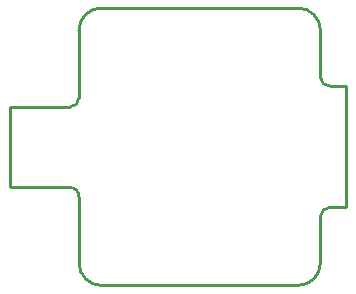
<source format=gko>
G04 Layer: BoardOutline*
G04 EasyEDA v6.4.25, 2021-12-07T19:09:17+01:00*
G04 af510f2a62b747d9ba719f6df8b66caf,db93e8822c7348a7aec6f6efa12e507d,10*
G04 Gerber Generator version 0.2*
G04 Scale: 100 percent, Rotated: No, Reflected: No *
G04 Dimensions in millimeters *
G04 leading zeros omitted , absolute positions ,4 integer and 5 decimal *
%FSLAX45Y45*%
%MOMM*%

%ADD10C,0.2540*%
D10*
X190500Y0D02*
G01*
X1854200Y0D01*
X1854200Y-2349500D02*
G01*
X190500Y-2349500D01*
X0Y-2159000D02*
G01*
X0Y-1600200D01*
X0Y-190500D02*
G01*
X0Y-762507D01*
X2044700Y-1765300D02*
G01*
X2044700Y-2159000D01*
X-76200Y-1519877D02*
G01*
X-584200Y-1519877D01*
X-584200Y-838200D01*
X-76200Y-838200D01*
X2044700Y-190500D02*
G01*
X2044700Y-587217D01*
X2121314Y-660400D02*
G01*
X2260600Y-660400D01*
X2260600Y-1689100D01*
X2260600Y-1689100D02*
G01*
X2121661Y-1689100D01*
G75*
G01*
X1854200Y0D02*
G02*
X2044700Y-190500I0J-190500D01*
G75*
G01*
X2044700Y-2159000D02*
G02*
X1854200Y-2349500I-190500J0D01*
G75*
G01*
X190500Y-2349500D02*
G02*
X0Y-2159000I0J190500D01*
G75*
G01*
X2121662Y-1689100D02*
G03*
X2044992Y-1765300I-232J-76438D01*
G75*
G01*
X2044700Y-587218D02*
G03*
X2121314Y-660403I75140J1967D01*
G75*
G01*
X0Y-1601800D02*
G03*
X-76200Y-1519936I-75080J6511D01*
G75*
G01*
X-76200Y-837692D02*
G03*
X0Y-762508I-856J77074D01*
G75*
G01*
X0Y-190500D02*
G02*
X190500Y0I190500J0D01*

%LPD*%
M02*

</source>
